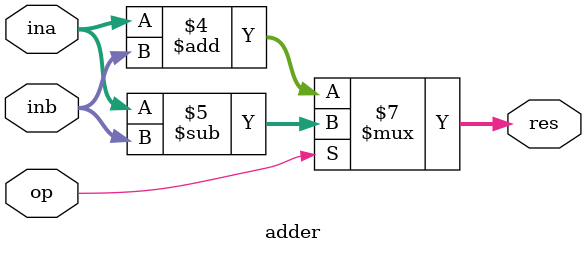
<source format=v>
`timescale 1ns / 1ps
module mult(clk, ina, inb, product);
	parameter SIZE_A = 16;
	parameter SIZE_B = 8;
	// =======================================
	// What does this PIPE_LEVEL affect? =====
	// =======================================
	parameter PIPE_LEVEL = 1; //output reg is not included
	
	input clk;
	input signed[SIZE_A-1:0] ina;
	input signed[SIZE_B-1:0] inb;
	output signed[SIZE_A+SIZE_B-1:0] product;
	
	reg signed[SIZE_A-1:0] a;
	reg signed[SIZE_B-1:0] b;
	
	reg signed[SIZE_A+SIZE_B-1:0] partial[PIPE_LEVEL-1:0];
	
	integer i;
	always @(posedge clk)
	begin
	  a <= ina;
	  b <= inb;
	end
	
	always @(posedge clk)
	  partial[0] <= a * b;
	
	always @(posedge clk)
	for (i = 1;i < PIPE_LEVEL; i=i+1)
	  partial[i] <= partial[i-1];
	
	assign product = partial[PIPE_LEVEL-1];
endmodule


module adder(op, ina, inb, res);
	// =======================
	// in twiddle_mul ========
	// =======================
parameter SIZE_A = 16;
parameter SIZE_B = 16;
parameter SIZE_O = 17;

input op;
input signed[SIZE_A-1:0] ina;
input signed[SIZE_B-1:0] inb;
output reg signed[SIZE_O-1:0] res;


always @(ina or inb or op)
begin
if (op==1'b0) res = ina + inb;
else res = ina - inb;
end

endmodule

</source>
